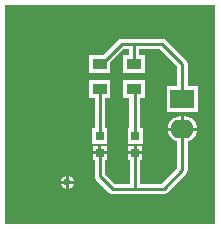
<source format=gbl>
G04*
G04 #@! TF.GenerationSoftware,Altium Limited,Altium Designer,24.0.1 (36)*
G04*
G04 Layer_Physical_Order=2*
G04 Layer_Color=16711680*
%FSLAX44Y44*%
%MOMM*%
G71*
G04*
G04 #@! TF.SameCoordinates,DD3A43BD-7995-492C-8043-5AFFBE794F34*
G04*
G04*
G04 #@! TF.FilePolarity,Positive*
G04*
G01*
G75*
%ADD11C,0.2540*%
%ADD13R,0.7000X0.7000*%
%ADD14R,1.2000X0.9000*%
%ADD19O,2.0000X1.6000*%
%ADD20R,2.0000X1.6000*%
%ADD21C,0.6000*%
G36*
X188000Y10000D02*
X10000D01*
Y195000D01*
X188000D01*
Y10000D01*
D02*
G37*
%LPC*%
G36*
X143000Y166354D02*
X108500D01*
X106834Y166022D01*
X105421Y165079D01*
X92843Y152500D01*
X81000D01*
Y137500D01*
X99000D01*
Y146343D01*
X110303Y157646D01*
X114646D01*
Y152500D01*
X110000D01*
Y137500D01*
X128000D01*
Y152500D01*
X123354D01*
Y157646D01*
X141197D01*
X155646Y143197D01*
Y126400D01*
X147000D01*
Y104400D01*
X173000D01*
Y126400D01*
X164354D01*
Y145000D01*
X164022Y146666D01*
X163078Y148078D01*
X146079Y165079D01*
X144666Y166022D01*
X143000Y166354D01*
D02*
G37*
G36*
X162000Y100631D02*
X161270D01*
Y91270D01*
X172464D01*
X172269Y92752D01*
X171207Y95316D01*
X169517Y97517D01*
X167316Y99207D01*
X164751Y100269D01*
X162000Y100631D01*
D02*
G37*
G36*
X158730D02*
X158000D01*
X155248Y100269D01*
X152684Y99207D01*
X150483Y97517D01*
X148793Y95316D01*
X147731Y92752D01*
X147536Y91270D01*
X158730D01*
Y100631D01*
D02*
G37*
G36*
X128000Y131500D02*
X110000D01*
Y116500D01*
X115146D01*
Y90500D01*
X113500D01*
Y77500D01*
X126500D01*
Y90500D01*
X123854D01*
Y116500D01*
X128000D01*
Y131500D01*
D02*
G37*
G36*
X99000D02*
X81000D01*
Y116500D01*
X85646D01*
Y90500D01*
X83500D01*
Y77500D01*
X96500D01*
Y90500D01*
X94354D01*
Y116500D01*
X99000D01*
Y131500D01*
D02*
G37*
G36*
X96040Y76040D02*
X91270D01*
Y71270D01*
X96040D01*
Y76040D01*
D02*
G37*
G36*
X88730D02*
X83960D01*
Y71270D01*
X88730D01*
Y76040D01*
D02*
G37*
G36*
X126040D02*
X121270D01*
Y71270D01*
X126040D01*
Y76040D01*
D02*
G37*
G36*
X118730D02*
X113960D01*
Y71270D01*
X118730D01*
Y76040D01*
D02*
G37*
G36*
X63770Y50470D02*
Y46270D01*
X67970D01*
X67197Y48138D01*
X65638Y49697D01*
X63770Y50470D01*
D02*
G37*
G36*
X61230D02*
X59362Y49697D01*
X57803Y48138D01*
X57030Y46270D01*
X61230D01*
Y50470D01*
D02*
G37*
G36*
X172464Y88730D02*
X147536D01*
X147731Y87248D01*
X148793Y84684D01*
X150483Y82483D01*
X152684Y80793D01*
X155248Y79731D01*
X155646Y79679D01*
Y56803D01*
X142197Y43354D01*
X124354D01*
Y63960D01*
X126040D01*
Y68730D01*
X120000D01*
X113960D01*
Y63960D01*
X115646D01*
Y43354D01*
X102803D01*
X94354Y51803D01*
Y63960D01*
X96040D01*
Y68730D01*
X90000D01*
X83960D01*
Y63960D01*
X85646D01*
Y50000D01*
X85978Y48334D01*
X86922Y46922D01*
X97921Y35921D01*
X99334Y34978D01*
X101000Y34646D01*
X144000D01*
X145666Y34978D01*
X147079Y35921D01*
X163078Y51922D01*
X164022Y53334D01*
X164354Y55000D01*
Y79679D01*
X164751Y79731D01*
X167316Y80793D01*
X169517Y82483D01*
X171207Y84684D01*
X172269Y87248D01*
X172464Y88730D01*
D02*
G37*
G36*
X67970Y43730D02*
X63770D01*
Y39530D01*
X65638Y40303D01*
X67197Y41862D01*
X67970Y43730D01*
D02*
G37*
G36*
X61230D02*
X57030D01*
X57803Y41862D01*
X59362Y40303D01*
X61230Y39530D01*
Y43730D01*
D02*
G37*
%LPD*%
D11*
X120000Y39000D02*
X144000D01*
X101000D02*
X120000D01*
Y70000D01*
X160000Y55000D02*
Y90000D01*
X144000Y39000D02*
X160000Y55000D01*
X90000Y50000D02*
X101000Y39000D01*
X90000Y50000D02*
Y70000D01*
X119500Y84500D02*
Y123500D01*
Y84500D02*
X120000Y84000D01*
X119000Y124000D02*
X119500Y123500D01*
X90000Y84000D02*
Y124000D01*
X119000Y162000D02*
X143000D01*
X108500D02*
X119000D01*
Y145000D02*
Y162000D01*
X160000Y115400D02*
Y145000D01*
X143000Y162000D02*
X160000Y145000D01*
X91500D02*
X108500Y162000D01*
X90000Y145000D02*
X91500D01*
D13*
X90000Y84000D02*
D03*
Y70000D02*
D03*
X120000Y84000D02*
D03*
Y70000D02*
D03*
D14*
X119000Y124000D02*
D03*
Y145000D02*
D03*
X90000Y124000D02*
D03*
Y145000D02*
D03*
D19*
X160000Y90000D02*
D03*
D20*
Y115400D02*
D03*
D21*
X62500Y45000D02*
D03*
M02*

</source>
